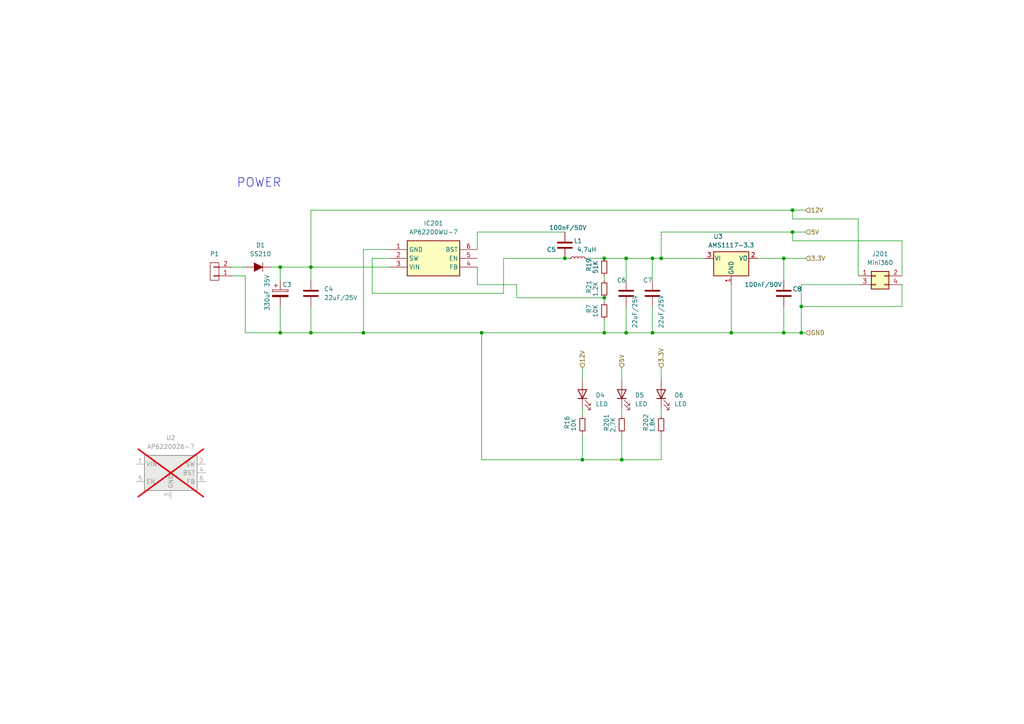
<source format=kicad_sch>
(kicad_sch (version 20231120) (generator "eeschema") (generator_version "8.0")
  (paper "A4")
  (title_block (date "2024-06-26") (rev "1.0.0") (company "Krzychoooo"))
  (lib_symbols
    (symbol "Connector_Generic:Conn_02x02_Odd_Even" (pin_names (offset 1.016) hide)
      (property "Reference" "J" (at 1.27 2.54 0))
      (property "Value" "Conn_02x02_Odd_Even" (at 1.27 -5.08 0))
      (symbol "Conn_02x02_Odd_Even_1_1"
        (rectangle (start -1.27 -2.413) (end 0 -2.667) (stroke (width 0.1524)))
        (rectangle (start -1.27 0.127) (end 0 -0.127) (stroke (width 0.1524)))
        (rectangle (start -1.27 1.27) (end 3.81 -3.81) (stroke (width 0.254)) (fill (type background)))
        (rectangle (start 3.81 -2.413) (end 2.54 -2.667) (stroke (width 0.1524)))
        (rectangle (start 3.81 0.127) (end 2.54 -0.127) (stroke (width 0.1524)))
        (pin passive line (at -5.08 0 0) (length 3.81) (name "Pin_1") (number "1"))
        (pin passive line (at 7.62 0 180) (length 3.81) (name "Pin_2") (number "2"))
        (pin passive line (at -5.08 -2.54 0) (length 3.81) (name "Pin_3") (number "3"))
        (pin passive line (at 7.62 -2.54 180) (length 3.81) (name "Pin_4") (number "4"))
      )
    )
    (symbol "Device:C" (pin_numbers hide) (pin_names (offset 0.254))
      (property "Reference" "C" (at 0.635 2.54 0))
      (property "Value" "C" (at 0.635 -2.54 0))
      (symbol "C_0_1"
        (polyline (pts (xy -2.032 -0.762) (xy 2.032 -0.762)) (stroke (width 0.508)))
        (polyline (pts (xy -2.032 0.762) (xy 2.032 0.762)) (stroke (width 0.508)))
      )
      (symbol "C_1_1"
        (pin passive line (at 0 3.81 270) (length 2.794) (name "~") (number "1"))
        (pin passive line (at 0 -3.81 90) (length 2.794) (name "~") (number "2"))
      )
    )
    (symbol "Device:LED" (pin_numbers hide) (pin_names (offset 1.016) hide)
      (property "Reference" "D" (at 0 2.54 0))
      (property "Value" "LED" (at 0 -2.54 0))
      (symbol "LED_0_1"
        (polyline (pts (xy -1.27 -1.27) (xy -1.27 1.27)) (stroke (width 0.254)))
        (polyline (pts (xy -1.27 0) (xy 1.27 0)))
        (polyline (pts (xy 1.27 -1.27) (xy 1.27 1.27) (xy -1.27 0) (xy 1.27 -1.27)) (stroke (width 0.254)))
        (polyline (pts (xy -3.048 -0.762) (xy -4.572 -2.286) (xy -3.81 -2.286) (xy -4.572 -2.286) (xy -4.572 -1.524)))
        (polyline (pts (xy -1.778 -0.762) (xy -3.302 -2.286) (xy -2.54 -2.286) (xy -3.302 -2.286) (xy -3.302 -1.524)))
      )
      (symbol "LED_1_1"
        (pin passive line (at -3.81 0 0) (length 2.54) (name "K") (number "1"))
        (pin passive line (at 3.81 0 180) (length 2.54) (name "A") (number "2"))
      )
    )
    (symbol "Device:L_Small" (pin_numbers hide) (pin_names (offset 0.254) hide)
      (property "Reference" "L" (at 0.762 1.016 0))
      (property "Value" "L_Small" (at 0.762 -1.016 0))
      (symbol "L_Small_0_1"
        (arc (start 0 -2.032) (mid 0.5058 -1.524) (end 0 -1.016))
        (arc (start 0 -1.016) (mid 0.5058 -0.508) (end 0 0))
        (arc (start 0 0) (mid 0.5058 0.508) (end 0 1.016))
        (arc (start 0 1.016) (mid 0.5058 1.524) (end 0 2.032))
      )
      (symbol "L_Small_1_1"
        (pin passive line (at 0 2.54 270) (length 0.508) (name "~") (number "1"))
        (pin passive line (at 0 -2.54 90) (length 0.508) (name "~") (number "2"))
      )
    )
    (symbol "Regulator_Linear:AMS1117-3.3" (pin_names (offset 0.254))
      (property "Reference" "U" (at -3.81 3.175 0))
      (property "Value" "AMS1117-3.3" (at 0 3.175 0))
      (symbol "AMS1117-3.3_0_1"
        (rectangle (start -5.08 -5.08) (end 5.08 1.905) (stroke (width 0.254)) (fill (type background)))
      )
      (symbol "AMS1117-3.3_1_1"
        (pin power_in line (at 0 -7.62 90) (length 2.54) (name "GND") (number "1"))
        (pin power_out line (at 7.62 0 180) (length 2.54) (name "VO") (number "2"))
        (pin power_in line (at -7.62 0 0) (length 2.54) (name "VI") (number "3"))
      )
    )
    (symbol "Regulator_Switching:AP62150Z6"
      (property "Reference" "U" (at -7.62 6.35 0))
      (property "Value" "AP62150Z6" (at 6.35 -6.35 0))
      (symbol "AP62150Z6_0_1"
        (rectangle (start -7.62 5.08) (end 7.62 -5.08) (stroke (width 0.254)) (fill (type background)))
      )
      (symbol "AP62150Z6_1_1"
        (pin power_in line (at -10.16 2.54 0) (length 2.54) (name "VIN") (number "1"))
        (pin output line (at 10.16 2.54 180) (length 2.54) (name "SW") (number "2"))
        (pin power_in line (at 0 -7.62 90) (length 2.54) (name "GND") (number "3"))
        (pin passive line (at 10.16 0 180) (length 2.54) (name "BST") (number "4"))
        (pin input line (at -10.16 -2.54 0) (length 2.54) (name "EN") (number "5"))
        (pin input line (at 10.16 -2.54 180) (length 2.54) (name "FB") (number "6"))
      )
    )
    (symbol "Regulator_Switching:AP62200WU-7"
      (property "Reference" "IC" (at 21.59 7.62 0))
      (property "Value" "AP62200WU-7" (at 21.59 5.08 0))
      (symbol "AP62200WU-7_1_1"
        (rectangle (start 5.08 2.54) (end 20.32 -7.62) (stroke (width 0.254)) (fill (type background)))
        (pin passive line (at 0 0 0) (length 5.08) (name "GND") (number "1"))
        (pin passive line (at 0 -2.54 0) (length 5.08) (name "SW") (number "2"))
        (pin passive line (at 0 -5.08 0) (length 5.08) (name "VIN") (number "3"))
        (pin passive line (at 25.4 -5.08 180) (length 5.08) (name "FB") (number "4"))
        (pin passive line (at 25.4 -2.54 180) (length 5.08) (name "EN") (number "5"))
        (pin passive line (at 25.4 0 180) (length 5.08) (name "BST") (number "6"))
      )
    )
    (symbol "felisiak01-rescue:CONN_01X02-conn" (pin_names (offset 1.016) hide)
      (property "Reference" "P" (at 0 3.81 0))
      (property "Value" "CONN_01X02-conn" (at 2.54 0 90))
      (symbol "CONN_01X02-conn_0_1"
        (rectangle (start -1.27 -1.143) (end 0.254 -1.397))
        (rectangle (start -1.27 1.397) (end 0.254 1.143))
        (rectangle (start -1.27 2.54) (end 1.27 -2.54))
      )
      (symbol "CONN_01X02-conn_1_1"
        (pin passive line (at -5.08 1.27 0) (length 3.81) (name "P1") (number "1"))
        (pin passive line (at -5.08 -1.27 0) (length 3.81) (name "P2") (number "2"))
      )
    )
    (symbol "felisiak01-rescue:CP-device" (pin_numbers hide) (pin_names (offset 0.254))
      (property "Reference" "C" (at 0.635 2.54 0))
      (property "Value" "CP-device" (at 0.635 -2.54 0))
      (symbol "CP-device_0_1"
        (rectangle (start -2.286 0.508) (end -2.286 1.016))
        (rectangle (start -2.286 0.508) (end 2.286 0.508))
        (polyline (pts (xy -1.778 2.286) (xy -0.762 2.286)))
        (polyline (pts (xy -1.27 2.794) (xy -1.27 1.778)))
        (rectangle (start 2.286 -0.508) (end -2.286 -1.016) (fill (type outline)))
        (rectangle (start 2.286 1.016) (end -2.286 1.016))
        (rectangle (start 2.286 1.016) (end 2.286 0.508))
      )
      (symbol "CP-device_1_1"
        (pin passive line (at 0 3.81 270) (length 2.794) (name "~") (number "1"))
        (pin passive line (at 0 -3.81 90) (length 2.794) (name "~") (number "2"))
      )
    )
    (symbol "felisiak01-rescue:D-device" (pin_numbers hide) (pin_names (offset 1.016) hide)
      (property "Reference" "D" (at 0 2.54 0))
      (property "Value" "D-device" (at 0 -2.54 0))
      (symbol "D-device_0_1"
        (polyline (pts (xy -1.27 1.27) (xy -1.27 -1.27)) (stroke (width 0.1524)))
        (polyline (pts (xy 1.27 1.27) (xy -1.27 0) (xy 1.27 -1.27)) (fill (type outline)))
      )
      (symbol "D-device_1_1"
        (pin passive line (at -3.81 0 0) (length 2.54) (name "K") (number "1"))
        (pin passive line (at 3.81 0 180) (length 2.54) (name "A") (number "2"))
      )
    )
    (symbol "felisiak01-rescue:R_Small-device" (pin_numbers hide) (pin_names (offset 0.254) hide)
      (property "Reference" "R" (at 0.762 0.508 0))
      (property "Value" "R_Small-device" (at 0.762 -1.016 0))
      (symbol "R_Small-device_0_1"
        (rectangle (start -0.762 1.778) (end 0.762 -1.778) (stroke (width 0.2032)))
      )
      (symbol "R_Small-device_1_1"
        (pin passive line (at 0 2.54 270) (length 0.762) (name "~") (number "1"))
        (pin passive line (at 0 -2.54 90) (length 0.762) (name "~") (number "2"))
      )
    )
  )
  (junction (at 163.83 74.93))
  (junction (at 81.28 96.52))
  (junction (at 227.33 96.52))
  (junction (at 175.26 96.52))
  (junction (at 90.17 77.47))
  (junction (at 189.23 74.93))
  (junction (at 227.33 74.93))
  (junction (at 212.09 96.52))
  (junction (at 232.41 96.52))
  (junction (at 139.7 96.52))
  (junction (at 175.26 86.36))
  (junction (at 181.61 74.93))
  (junction (at 168.91 133.35))
  (junction (at 229.87 67.31))
  (junction (at 189.23 96.52))
  (junction (at 175.26 74.93))
  (junction (at 105.41 96.52))
  (junction (at 181.61 96.52))
  (junction (at 90.17 96.52))
  (junction (at 229.87 60.96))
  (junction (at 232.41 88.9))
  (junction (at 180.34 133.35))
  (junction (at 191.77 74.93))
  (junction (at 81.28 77.47))
  (wire (pts (xy 90.17 88.9) (xy 90.17 96.52)))
  (wire (pts (xy 189.23 74.93) (xy 191.77 74.93)))
  (wire (pts (xy 180.34 125.73) (xy 180.34 133.35)))
  (wire (pts (xy 90.17 77.47) (xy 90.17 81.28)))
  (wire (pts (xy 191.77 67.31) (xy 229.87 67.31)))
  (wire (pts (xy 181.61 81.28) (xy 181.61 74.93)))
  (wire (pts (xy 168.91 106.68) (xy 168.91 110.49)))
  (wire (pts (xy 229.87 67.31) (xy 233.68 67.31)))
  (wire (pts (xy 163.83 67.31) (xy 138.43 67.31)))
  (wire (pts (xy 139.7 96.52) (xy 175.26 96.52)))
  (wire (pts (xy 170.18 74.93) (xy 175.26 74.93)))
  (wire (pts (xy 227.33 74.93) (xy 233.68 74.93)))
  (wire (pts (xy 81.28 77.47) (xy 90.17 77.47)))
  (wire (pts (xy 227.33 74.93) (xy 219.71 74.93)))
  (wire (pts (xy 81.28 96.52) (xy 90.17 96.52)))
  (wire (pts (xy 175.26 86.36) (xy 175.26 87.63)))
  (wire (pts (xy 261.62 88.9) (xy 232.41 88.9)))
  (wire (pts (xy 212.09 82.55) (xy 212.09 96.52)))
  (wire (pts (xy 78.74 77.47) (xy 81.28 77.47)))
  (wire (pts (xy 175.26 74.93) (xy 181.61 74.93)))
  (wire (pts (xy 113.03 72.39) (xy 105.41 72.39)))
  (wire (pts (xy 71.12 96.52) (xy 81.28 96.52)))
  (wire (pts (xy 189.23 96.52) (xy 212.09 96.52)))
  (wire (pts (xy 149.86 82.55) (xy 149.86 86.36)))
  (wire (pts (xy 67.31 80.01) (xy 71.12 80.01)))
  (wire (pts (xy 71.12 80.01) (xy 71.12 96.52)))
  (wire (pts (xy 149.86 82.55) (xy 138.43 82.55)))
  (wire (pts (xy 146.05 74.93) (xy 163.83 74.93)))
  (wire (pts (xy 248.92 82.55) (xy 232.41 82.55)))
  (wire (pts (xy 138.43 77.47) (xy 138.43 82.55)))
  (wire (pts (xy 261.62 69.85) (xy 229.87 69.85)))
  (wire (pts (xy 181.61 96.52) (xy 189.23 96.52)))
  (wire (pts (xy 90.17 60.96) (xy 229.87 60.96)))
  (wire (pts (xy 175.26 96.52) (xy 181.61 96.52)))
  (wire (pts (xy 191.77 106.68) (xy 191.77 110.49)))
  (wire (pts (xy 229.87 63.5) (xy 229.87 60.96)))
  (wire (pts (xy 168.91 125.73) (xy 168.91 133.35)))
  (wire (pts (xy 232.41 96.52) (xy 233.68 96.52)))
  (wire (pts (xy 149.86 86.36) (xy 175.26 86.36)))
  (wire (pts (xy 113.03 74.93) (xy 107.95 74.93)))
  (wire (pts (xy 191.77 125.73) (xy 191.77 133.35)))
  (wire (pts (xy 232.41 82.55) (xy 232.41 88.9)))
  (wire (pts (xy 248.92 63.5) (xy 229.87 63.5)))
  (wire (pts (xy 107.95 74.93) (xy 107.95 85.09)))
  (wire (pts (xy 191.77 118.11) (xy 191.77 120.65)))
  (wire (pts (xy 175.26 80.01) (xy 175.26 81.28)))
  (wire (pts (xy 81.28 77.47) (xy 81.28 81.28)))
  (wire (pts (xy 175.26 92.71) (xy 175.26 96.52)))
  (wire (pts (xy 180.34 118.11) (xy 180.34 120.65)))
  (wire (pts (xy 181.61 74.93) (xy 189.23 74.93)))
  (wire (pts (xy 191.77 133.35) (xy 180.34 133.35)))
  (wire (pts (xy 191.77 67.31) (xy 191.77 74.93)))
  (wire (pts (xy 90.17 77.47) (xy 113.03 77.47)))
  (wire (pts (xy 180.34 133.35) (xy 168.91 133.35)))
  (wire (pts (xy 191.77 74.93) (xy 204.47 74.93)))
  (wire (pts (xy 163.83 74.93) (xy 165.1 74.93)))
  (wire (pts (xy 229.87 69.85) (xy 229.87 67.31)))
  (wire (pts (xy 107.95 85.09) (xy 146.05 85.09)))
  (wire (pts (xy 168.91 118.11) (xy 168.91 120.65)))
  (wire (pts (xy 67.31 77.47) (xy 71.12 77.47)))
  (wire (pts (xy 227.33 88.9) (xy 227.33 96.52)))
  (wire (pts (xy 261.62 82.55) (xy 261.62 88.9)))
  (wire (pts (xy 232.41 88.9) (xy 232.41 96.52)))
  (wire (pts (xy 138.43 67.31) (xy 138.43 72.39)))
  (wire (pts (xy 105.41 72.39) (xy 105.41 96.52)))
  (wire (pts (xy 146.05 85.09) (xy 146.05 74.93)))
  (wire (pts (xy 139.7 133.35) (xy 139.7 96.52)))
  (wire (pts (xy 180.34 106.68) (xy 180.34 110.49)))
  (wire (pts (xy 229.87 60.96) (xy 233.68 60.96)))
  (wire (pts (xy 90.17 96.52) (xy 105.41 96.52)))
  (wire (pts (xy 168.91 133.35) (xy 139.7 133.35)))
  (wire (pts (xy 189.23 74.93) (xy 189.23 81.28)))
  (wire (pts (xy 189.23 88.9) (xy 189.23 96.52)))
  (wire (pts (xy 261.62 80.01) (xy 261.62 69.85)))
  (wire (pts (xy 212.09 96.52) (xy 227.33 96.52)))
  (wire (pts (xy 90.17 60.96) (xy 90.17 77.47)))
  (wire (pts (xy 227.33 81.28) (xy 227.33 74.93)))
  (wire (pts (xy 105.41 96.52) (xy 139.7 96.52)))
  (wire (pts (xy 181.61 88.9) (xy 181.61 96.52)))
  (wire (pts (xy 81.28 96.52) (xy 81.28 88.9)))
  (wire (pts (xy 227.33 96.52) (xy 232.41 96.52)))
  (wire (pts (xy 248.92 80.01) (xy 248.92 63.5)))
  (text "POWER" (at 68.58 54.61 0) (effects (font (size 2.54 2.54)) (justify left bottom)))
  (hierarchical_label "3.3V" (shape input) (at 191.77 106.68 90))
  (hierarchical_label "5V" (shape input) (at 233.68 67.31 0))
  (hierarchical_label "5V" (shape input) (at 180.34 106.68 90))
  (hierarchical_label "12V" (shape input) (at 168.91 106.68 90))
  (hierarchical_label "GND" (shape input) (at 233.68 96.52 0))
  (hierarchical_label "3.3V" (shape input) (at 233.68 74.93 0))
  (hierarchical_label "12V" (shape input) (at 233.68 60.96 0))
  (symbol (lib_id "Regulator_Switching:AP62150Z6") (at 49.53 137.16 0) (unit 1) (exclude_from_sim yes) (in_bom no) (on_board no) (dnp yes)
    (property "Reference" "U2" (at 49.53 127 0))
    (property "Value" "AP62200Z6-7" (at 49.53 129.54 0))
    (property "Footprint" "Package_TO_SOT_SMD:SOT-563" (effects (hide yes)))
    (property "Datasheet" "https://datasheet.lcsc.com/lcsc/2210280930_Diodes-Incorporated-AP62200Z6-7_C2158024.pdf" (effects (hide yes)))
    (property "LCSC part#" "C2158024" (effects (hide yes)))
  )
  (symbol (lib_id "Regulator_Linear:AMS1117-3.3") (at 212.09 74.93 0) (unit 1)
    (property "Reference" "U3" (at 208.28 68.58 0))
    (property "Value" "AMS1117-3.3" (at 212.09 71.12 0))
    (property "Footprint" "Package_TO_SOT_SMD:SOT-223-3_TabPin2" (effects (hide yes)))
    (property "Datasheet" "http://www.advanced-monolithic.com/pdf/ds1117.pdf" (effects (hide yes)))
    (property "LCSC part#" "C6186" (effects (hide yes)))
  )
  (symbol (lib_id "Device:C") (at 189.23 85.09 0) (mirror y) (unit 1)
    (property "Reference" "C7" (at 189.23 81.28 0) (effects (justify left)))
    (property "Value" "22uF/25V" (at 191.77 95.25 90) (effects (justify left)))
    (property "Footprint" "Capacitor_SMD:C_0805_2012Metric" (effects (hide yes)))
    (property "LCSC part#" "C45783" (effects (hide yes)))
  )
  (symbol (lib_id "felisiak01-rescue:R_Small-device") (at 175.26 83.82 0) (unit 1)
    (property "Reference" "R21" (at 170.815 83.185 90))
    (property "Value" "1,2K" (at 172.72 83.82 90))
    (property "Footprint" "Resistor_SMD:R_0603_1608Metric" (effects (hide yes)))
    (property "LCSC part#" "C22765" (effects (hide yes)))
  )
  (symbol (lib_id "felisiak01-rescue:CONN_01X02-conn") (at 62.23 78.74 180) (unit 1) (in_bom no)
    (property "Reference" "P1" (at 62.23 73.66 0))
    (property "Value" "CONN_01X02" (effects (hide yes)))
    (property "Footprint" "Connector_Phoenix_MC:PhoenixContact_MCV_1,5_2-G-3.5_1x02_P3.50mm_Vertical" (effects (hide yes)))
    (property "LCSC part#" "C7466033" (effects (hide yes)))
  )
  (symbol (lib_id "Device:L_Small") (at 167.64 74.93 90) (unit 1)
    (property "Reference" "L1" (at 167.64 69.85 90))
    (property "Value" "4,7uH" (at 170.18 72.39 90))
    (property "Footprint" "Inductor_SMD:L_TracoPower_TCK-047_5.2x5.8mm" (effects (hide yes)))
    (property "Datasheet" ".\\ELEMENTY\\CMLF0504-4R7MTT.pdf" (effects (hide yes)))
    (property "LCSC part#" "C405142" (effects (hide yes)))
  )
  (symbol (lib_id "felisiak01-rescue:CP-device") (at 81.28 85.09 0) (unit 1)
    (property "Reference" "C3" (at 81.915 82.55 0) (effects (justify left)))
    (property "Value" "330uF 35V" (at 77.47 90.17 90) (effects (justify left)))
    (property "Footprint" "Capacitor_SMD:CP_Elec_10x10.5" (effects (hide yes)))
    (property "LCSC part#" "C3350" (effects (hide yes)))
  )
  (symbol (lib_id "felisiak01-rescue:R_Small-device") (at 168.91 123.19 0) (unit 1)
    (property "Reference" "R16" (at 164.465 122.555 90))
    (property "Value" "10K" (at 166.37 123.19 90))
    (property "Footprint" "Resistor_SMD:R_0603_1608Metric" (effects (hide yes)))
    (property "LCSC part#" "-C25804" (effects (hide yes)))
  )
  (symbol (lib_id "felisiak01-rescue:D-device") (at 74.93 77.47 180) (unit 1)
    (property "Reference" "D1" (at 75.565 71.12 0))
    (property "Value" "SS210" (at 75.565 73.66 0))
    (property "Footprint" "Diode_SMD:D_SMA" (effects (hide yes)))
    (property "LCSC part#" "C14996" (effects (hide yes)))
  )
  (symbol (lib_id "Device:C") (at 181.61 85.09 0) (mirror y) (unit 1)
    (property "Reference" "C6" (at 181.61 81.28 0) (effects (justify left)))
    (property "Value" "22uF/25V" (at 184.15 95.25 90) (effects (justify left)))
    (property "Footprint" "Capacitor_SMD:C_0805_2012Metric" (effects (hide yes)))
    (property "LCSC part#" "C45783" (effects (hide yes)))
  )
  (symbol (lib_id "felisiak01-rescue:R_Small-device") (at 175.26 90.17 0) (unit 1)
    (property "Reference" "R7" (at 170.815 89.535 90))
    (property "Value" "10K" (at 172.72 90.17 90))
    (property "Footprint" "Resistor_SMD:R_0603_1608Metric" (effects (hide yes)))
    (property "LCSC part#" "-C25804" (effects (hide yes)))
  )
  (symbol (lib_id "Regulator_Switching:AP62200WU-7") (at 113.03 72.39 0) (unit 1)
    (property "Reference" "IC201" (at 125.73 64.77 0))
    (property "Value" "AP62200WU-7" (at 125.73 67.31 0))
    (property "Footprint" "Package_TO_SOT_SMD:SOT95P280X100-6N" (effects (hide yes)))
    (property "Datasheet" "https://www.diodes.com//assets/Datasheets/AP62200_AP62201_AP62200T.pdf" (effects (hide yes)))
    (property "Height" "1" (effects (hide yes)))
    (property "Mouser Part Number" "621-AP62200WU-7" (effects (hide yes)))
    (property "Mouser Price/Stock" "https://www.mouser.co.uk/ProductDetail/Diodes-Incorporated/AP62200WU-7?qs=P1JMDcb91o6Lrrt3Idazjw%3D%3D" (effects (hide yes)))
    (property "Manufacturer_Name" "Diodes Incorporated" (effects (hide yes)))
    (property "Manufacturer_Part_Number" "AP62200WU-7" (effects (hide yes)))
    (property "LCSC part#" "C1323282" (effects (hide yes)))
  )
  (symbol (lib_id "felisiak01-rescue:R_Small-device") (at 180.34 123.19 0) (unit 1)
    (property "Reference" "R201" (at 175.895 122.555 90))
    (property "Value" "2,7K" (at 177.8 123.19 90))
    (property "Footprint" "Resistor_SMD:R_0603_1608Metric" (effects (hide yes)))
    (property "LCSC part#" "C13167" (effects (hide yes)))
  )
  (symbol (lib_id "Device:C") (at 163.83 71.12 180) (unit 1)
    (property "Reference" "C5" (at 161.29 72.39 0) (effects (justify left)))
    (property "Value" "100nF/50V" (at 170.18 66.04 0) (effects (justify left)))
    (property "Footprint" "Capacitor_SMD:C_0603_1608Metric" (effects (hide yes)))
    (property "LCSC part#" "C14663" (effects (hide yes)))
  )
  (symbol (lib_id "Connector_Generic:Conn_02x02_Odd_Even") (at 254 80.01 0) (unit 1) (in_bom no)
    (property "Reference" "J201" (at 255.27 73.66 0))
    (property "Value" "Mini360" (at 255.27 76.2 0))
    (property "Footprint" "modules:Mini360" (effects (hide yes)))
  )
  (symbol (lib_id "felisiak01-rescue:R_Small-device") (at 175.26 77.47 0) (unit 1)
    (property "Reference" "R19" (at 170.815 76.835 90))
    (property "Value" "51K" (at 172.72 77.47 90))
    (property "Footprint" "Resistor_SMD:R_0603_1608Metric" (effects (hide yes)))
    (property "LCSC part#" "C23196" (effects (hide yes)))
  )
  (symbol (lib_id "Device:LED") (at 180.34 114.3 90) (unit 1)
    (property "Reference" "D5" (at 184.15 114.6175 90) (effects (justify right)))
    (property "Value" "LED" (at 184.15 117.1575 90) (effects (justify right)))
    (property "Footprint" "LED_SMD:LED_0805_2012Metric" (effects (hide yes)))
    (property "LCSC part#" "C84256" (effects (hide yes)))
  )
  (symbol (lib_id "Device:C") (at 227.33 85.09 0) (unit 1)
    (property "Reference" "C8" (at 229.87 83.82 0) (effects (justify left)))
    (property "Value" "100nF/50V" (at 215.9 82.55 0) (effects (justify left)))
    (property "Footprint" "Capacitor_SMD:C_0603_1608Metric" (effects (hide yes)))
    (property "LCSC part#" "C14663" (effects (hide yes)))
  )
  (symbol (lib_id "Device:C") (at 90.17 85.09 0) (unit 1)
    (property "Reference" "C4" (at 93.98 83.8199 0) (effects (justify left)))
    (property "Value" "22uF/25V" (at 93.98 86.3599 0) (effects (justify left)))
    (property "Footprint" "Capacitor_SMD:C_0805_2012Metric" (effects (hide yes)))
    (property "LCSC part#" "C45783" (effects (hide yes)))
  )
  (symbol (lib_id "felisiak01-rescue:R_Small-device") (at 191.77 123.19 0) (unit 1)
    (property "Reference" "R202" (at 187.325 122.555 90))
    (property "Value" "1,8K" (at 189.23 123.19 90))
    (property "Footprint" "Resistor_SMD:R_0603_1608Metric" (effects (hide yes)))
    (property "LCSC part#" "C4177" (effects (hide yes)))
  )
  (symbol (lib_id "Device:LED") (at 168.91 114.3 90) (unit 1)
    (property "Reference" "D4" (at 172.72 114.6175 90) (effects (justify right)))
    (property "Value" "LED" (at 172.72 117.1575 90) (effects (justify right)))
    (property "Footprint" "LED_SMD:LED_0805_2012Metric" (effects (hide yes)))
    (property "LCSC part#" "C84256" (effects (hide yes)))
  )
  (symbol (lib_id "Device:LED") (at 191.77 114.3 90) (unit 1)
    (property "Reference" "D6" (at 195.58 114.6175 90) (effects (justify right)))
    (property "Value" "LED" (at 195.58 117.1575 90) (effects (justify right)))
    (property "Footprint" "LED_SMD:LED_0805_2012Metric" (effects (hide yes)))
    (property "LCSC part#" "C84256" (effects (hide yes)))
  )
)
</source>
